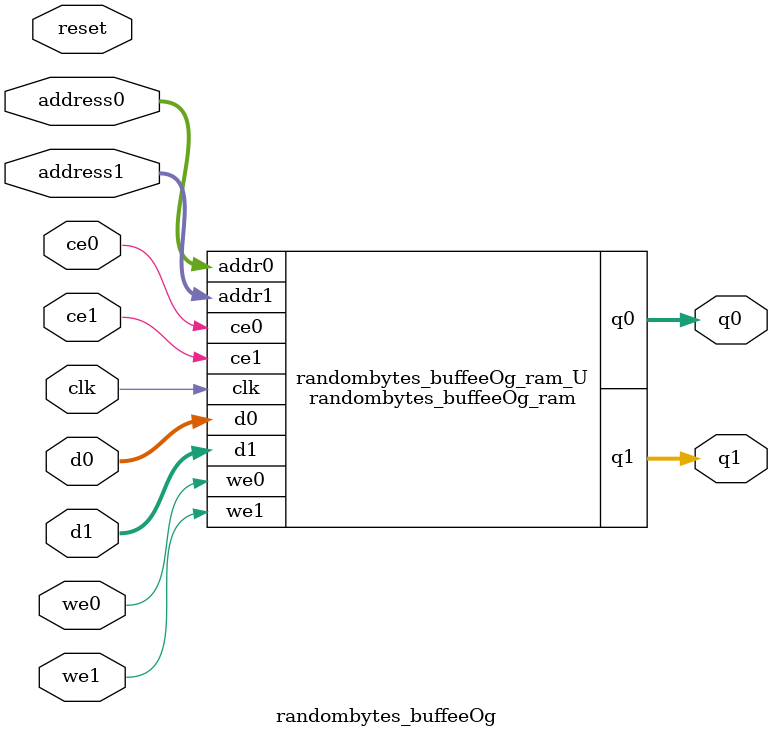
<source format=v>
`timescale 1 ns / 1 ps
module randombytes_buffeeOg_ram (addr0, ce0, d0, we0, q0, addr1, ce1, d1, we1, q1,  clk);

parameter DWIDTH = 8;
parameter AWIDTH = 4;
parameter MEM_SIZE = 16;

input[AWIDTH-1:0] addr0;
input ce0;
input[DWIDTH-1:0] d0;
input we0;
output reg[DWIDTH-1:0] q0;
input[AWIDTH-1:0] addr1;
input ce1;
input[DWIDTH-1:0] d1;
input we1;
output reg[DWIDTH-1:0] q1;
input clk;

(* ram_style = "block" *)reg [DWIDTH-1:0] ram[0:MEM_SIZE-1];




always @(posedge clk)  
begin 
    if (ce0) begin
        if (we0) 
            ram[addr0] <= d0; 
        q0 <= ram[addr0];
    end
end


always @(posedge clk)  
begin 
    if (ce1) begin
        if (we1) 
            ram[addr1] <= d1; 
        q1 <= ram[addr1];
    end
end


endmodule

`timescale 1 ns / 1 ps
module randombytes_buffeeOg(
    reset,
    clk,
    address0,
    ce0,
    we0,
    d0,
    q0,
    address1,
    ce1,
    we1,
    d1,
    q1);

parameter DataWidth = 32'd8;
parameter AddressRange = 32'd16;
parameter AddressWidth = 32'd4;
input reset;
input clk;
input[AddressWidth - 1:0] address0;
input ce0;
input we0;
input[DataWidth - 1:0] d0;
output[DataWidth - 1:0] q0;
input[AddressWidth - 1:0] address1;
input ce1;
input we1;
input[DataWidth - 1:0] d1;
output[DataWidth - 1:0] q1;



randombytes_buffeeOg_ram randombytes_buffeeOg_ram_U(
    .clk( clk ),
    .addr0( address0 ),
    .ce0( ce0 ),
    .we0( we0 ),
    .d0( d0 ),
    .q0( q0 ),
    .addr1( address1 ),
    .ce1( ce1 ),
    .we1( we1 ),
    .d1( d1 ),
    .q1( q1 ));

endmodule


</source>
